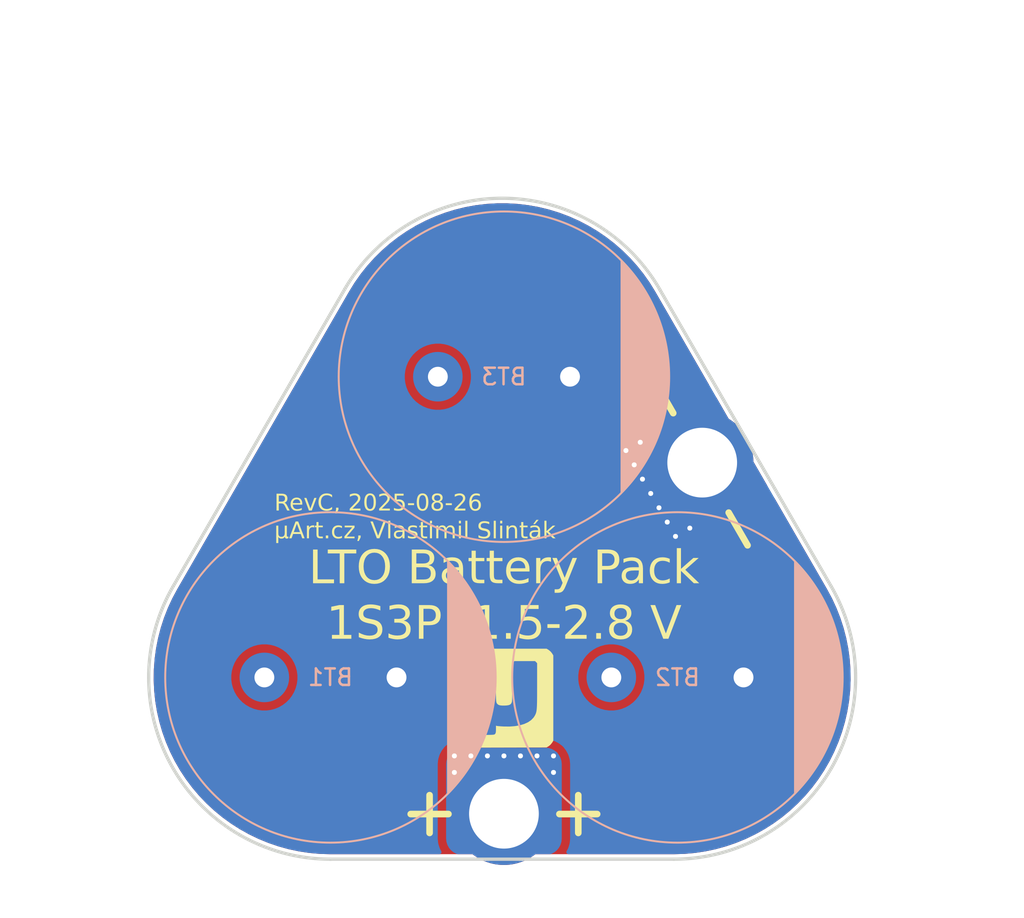
<source format=kicad_pcb>
(kicad_pcb (version 20241229) (generator "pcbnew") (generator_version "9.0")
  (title_block (title "LTO Battery Pack") (date "2025-08-26") (rev "C") (company "μArt.cz") (comment 1 "Vlastimil Slinták"))
  (layers (0 "F.Cu" signal) (2 "B.Cu" signal) (13 "F.Paste" user) (15 "B.Paste" user) (5 "F.SilkS" user "F.Silkscreen") (7 "B.SilkS" user "B.Silkscreen") (1 "F.Mask" user) (3 "B.Mask" user) (25 "Edge.Cuts" user))
  (net 0 "")
  (net 1 "VCC")
  (net 2 "GND")
  (footprint "LOGO" (layer "F.Cu") (at 151.6 110.45)
    (property "Reference" "G***" (hide yes))
    (property "Value" "LOGO" (hide yes))
    (fp_poly (pts (xy 2.709129 -2.910539) (xy 2.829495 -2.812108) (xy 2.910539 -2.70913) (xy 2.987487 -2.584669) (xy 2.987487 0) (xy 2.987487 2.584668) (xy 2.910539 2.709129) (xy 2.812143 2.82946) (xy 2.709138 2.910539) (xy 2.584685 2.987487) (xy 0.026777 2.994199) (xy -2.531132 3.000911) (xy -2.666293 2.933557) (xy -2.802318 2.840218) (xy -2.909105 2.715082) (xy -2.976102 2.57052) (xy -2.976189 2.570221) (xy -2.981196 2.527243) (xy -2.985503 2.435179) (xy -2.989112 2.293832) (xy -2.992023 2.103005) (xy -2.994239 1.8625) (xy -2.99576 1.572121) (xy -2.996589 1.231669) (xy -2.996726 0.840948) (xy -2.996172 0.39976) (xy -2.995049 -0.052854) (xy -2.98884 -2.132045) (xy -2.008609 -2.132045) (xy -2.008609 0) (xy -2.008609 2.132045) (xy -1.940099 2.185935) (xy -1.917263 2.20243) (xy -1.891646 2.215065) (xy -1.856781 2.224261) (xy -1.806202 2.230436) (xy -1.73344 2.23401) (xy -1.63203 2.235403) (xy -1.495504 2.235035) (xy -1.317395 2.233324) (xy -1.225904 2.232275) (xy -1.02834 2.229868) (xy -0.875357 2.227432) (xy -0.760692 2.224356) (xy -0.678077 2.220031) (xy -0.621247 2.213847) (xy -0.583937 2.205193) (xy -0.559882 2.193461) (xy -0.542815 2.178041) (xy -0.531651 2.1647) (xy -0.506504 2.123378) (xy -0.491548 2.067444) (xy -0.484519 1.984022) (xy -0.483083 1.888413) (xy -0.483083 1.67215) (xy -0.413163 1.687909) (xy -0.361606 1.695105) (xy -0.271517 1.703332) (xy -0.155177 1.711619) (xy -0.024868 1.718994) (xy -0.012713 1.719588) (xy 0.342342 1.72288) (xy 0.669508 1.69792) (xy 0.966086 1.645637) (xy 1.229377 1.566963) (xy 1.456681 1.462829) (xy 1.645299 1.334164) (xy 1.792532 1.1819) (xy 1.863721 1.072633) (xy 1.893491 1.016139) (xy 1.91886 0.961618) (xy 1.940179 0.904635) (xy 1.957802 0.840753) (xy 1.97208 0.765537) (xy 1.983367 0.674552) (xy 1.992015 0.563362) (xy 1.998377 0.427532) (xy 2.002806 0.262627) (xy 2.005654 0.06421) (xy 2.007274 -0.172154) (xy 2.008018 -0.4509) (xy 2.008232 -0.74485) (xy 2.008608 -2.112622) (xy 1.9462 -2.17503) (xy 1.883793 -2.237438) (xy 1.258558 -2.237438) (xy 0.633324 -2.237438) (xy 0.570916 -2.17503) (xy 0.508508 -2.112622) (xy 0.507073 -0.973679) (xy 0.506205 -0.668702) (xy 0.504387 -0.411964) (xy 0.501552 -0.200858) (xy 0.497632 -0.032781) (xy 0.49256 0.094873) (xy 0.486267 0.184709) (xy 0.478688 0.239332) (xy 0.475291 0.251873) (xy 0.436713 0.332128) (xy 0.380867 0.388345) (xy 0.299145 0.42465) (xy 0.182939 0.445169) (xy 0.055417 0.453125) (xy -0.112859 0.453352) (xy -0.239175 0.43977) (xy -0.331095 0.410104) (xy -0.396184 0.362083) (xy -0.435868 0.305501) (xy -0.447029 0.281834) (xy -0.456285 0.25339) (xy -0.463815 0.215492) (xy -0.469794 0.163461) (xy -0.474399 0.092622) (xy -0.477807 -0.001705) (xy -0.480195 -0.124197) (xy -0.48174 -0.27953) (xy -0.482618 -0.472384) (xy -0.483006 -0.707435) (xy -0.483083 -0.943884) (xy -0.483171 -1.217575) (xy -0.483554 -1.444986) (xy -0.484415 -1.630685) (xy -0.485935 -1.779242) (xy -0.488297 -1.895228) (xy -0.491682 -1.983211) (xy -0.496272 -2.047762) (xy -0.502248 -2.09345) (xy -0.509793 -2.124845) (xy -0.519089 -2.146516) (xy -0.530316 -2.163034) (xy -0.531651 -2.164701) (xy -0.547555 -2.183072) (xy -0.566054 -2.197326) (xy -0.593414 -2.208075) (xy -0.6359 -2.215926) (xy -0.699778 -2.221491) (xy -0.791314 -2.225379) (xy -0.916773 -2.2282) (xy -1.082421 -2.230563) (xy -1.225904 -2.232275) (xy -1.423991 -2.234436) (xy -1.577699 -2.235436) (xy -1.693496 -2.234856) (xy -1.777849 -2.232276) (xy -1.837224 -2.227277) (xy -1.878088 -2.219438) (xy -1.906909 -2.208342) (xy -1.930154 -2.193567) (xy -1.940099 -2.185935) (xy -2.008609 -2.132045) (xy -2.98884 -2.132045) (xy -2.987488 -2.584686) (xy -2.910539 -2.709139) (xy -2.812142 -2.829462) (xy -2.70913 -2.910539) (xy -2.584669 -2.987488) (xy 0 -2.987488) (xy 2.584668 -2.987488)) (fill yes) (layer "F.SilkS"))
  )
  (footprint "Parts:LTO_Battery_D19mm" (layer "B.Cu") (at 141.1 109.2 180)
    (property "Reference" "BT1" (at 0 0 0) (layer "B.SilkS") (effects (justify mirror)))
    (property "Value" "1S LTO")
    (fp_circle (center 0 0) (end 10 0) (stroke (width 0.12)) (fill no) (layer "B.SilkS"))
    (fp_poly (pts (arc (start -7.058682 7.058682) (mid -9.982484 0) (end -7.058682 -7.058682))) (fill yes) (layer "B.SilkS"))
    (pad "1" thru_hole circle (at 4 0 180) (size 3 3) (drill 1.2) (layers "*.Cu" "*.Mask") (net 1 "VCC"))
    (pad "2" thru_hole circle (at -4 0 180) (size 3 3) (drill 1.2) (layers "*.Cu" "*.Mask") (net 2 "GND"))
  )
  (footprint "Parts:SMTSO30" (layer "B.Cu") (at 163.6 96.2 150)
    (property "Reference" "J2" (hide yes))
    (property "Value" "GND")
    (pad "1" thru_hole circle (at 0 0 150) (size 6.2 6.2) (drill 4.22) (layers "*.Cu" "B.Mask" "B.Paste") (net 2 "GND"))
  )
  (footprint "Parts:SMTSO30" (layer "B.Cu") (at 151.6 117.45 180)
    (property "Reference" "J1" (hide yes))
    (property "Value" "BATT")
    (pad "1" thru_hole circle (at 0 0 180) (size 6.2 6.2) (drill 4.22) (layers "*.Cu" "B.Mask" "B.Paste") (net 1 "VCC"))
  )
  (footprint "Parts:LTO_Battery_D19mm" (layer "B.Cu") (at 162.1 109.2 180)
    (property "Reference" "BT2" (at 0 0 0) (layer "B.SilkS") (effects (justify mirror)))
    (property "Value" "1S LTO")
    (fp_circle (center 0 0) (end 10 0) (stroke (width 0.12)) (fill no) (layer "B.SilkS"))
    (fp_poly (pts (arc (start -7.058682 7.058682) (mid -9.982484 0) (end -7.058682 -7.058682))) (fill yes) (layer "B.SilkS"))
    (pad "1" thru_hole circle (at 4 0 180) (size 3 3) (drill 1.2) (layers "*.Cu" "*.Mask") (net 1 "VCC"))
    (pad "2" thru_hole circle (at -4 0 180) (size 3 3) (drill 1.2) (layers "*.Cu" "*.Mask") (net 2 "GND"))
  )
  (footprint "Parts:LTO_Battery_D19mm" (layer "B.Cu") (at 151.6 91 180)
    (property "Reference" "BT3" (at 0 0 0) (layer "B.SilkS") (effects (justify mirror)))
    (property "Value" "1S LTO")
    (fp_circle (center 0 0) (end 10 0) (stroke (width 0.12)) (fill no) (layer "B.SilkS"))
    (fp_poly (pts (arc (start -7.058682 7.058682) (mid -9.982484 0) (end -7.058682 -7.058682))) (fill yes) (layer "B.SilkS"))
    (pad "1" thru_hole circle (at 4 0 180) (size 3 3) (drill 1.2) (layers "*.Cu" "*.Mask") (net 1 "VCC"))
    (pad "2" thru_hole circle (at -4 0 180) (size 3 3) (drill 1.2) (layers "*.Cu" "*.Mask") (net 2 "GND"))
  )
  (gr_line (start 141.1 120.2) (end 161.884605 120.2) (stroke (width 0.2)) (layer "Edge.Cuts"))
  (gr_line (start 141.966026 85.699999) (end 131.573721 103.7) (stroke (width 0.2)) (layer "Edge.Cuts"))
  (gr_arc (start 171.410888 103.699998) (mid 171.410887 114.700003) (end 161.884605 120.2) (stroke (width 0.2)) (layer "Edge.Cuts"))
  (gr_arc (start 141.1 120.2) (mid 131.573721 114.7) (end 131.573721 103.7) (stroke (width 0.2)) (layer "Edge.Cuts"))
  (gr_line (start 171.410888 103.699998) (end 161.018583 85.699999) (stroke (width 0.2)) (layer "Edge.Cuts"))
  (gr_arc (start 141.966026 85.699999) (mid 151.492305 80.199998) (end 161.018583 85.699999) (stroke (width 0.2)) (layer "Edge.Cuts"))
  (gr_text "Rev${REVISION}, ${ISSUE_DATE}\n${COMPANY}, ${COMMENT1}" (at 137.7 100.95 0) (layer "F.SilkS") (effects (font (size 1 1) (thickness 0.1)) (justify left bottom)))
  (gr_text "+" (at 156.1 119 0) (layer "F.SilkS") (effects (font (size 3 3) (thickness 0.4)) (justify bottom)))
  (gr_text "+" (at 147.1 119 0) (layer "F.SilkS") (effects (font (size 3 3) (thickness 0.4)) (justify bottom)))
  (gr_text "${TITLE}\n1S3P  1.5-2.8 V" (at 151.6 107.2 0) (layer "F.SilkS") (effects (font (size 2 2) (thickness 0.3)) (justify bottom)))
  (gr_text "-" (at 167.1 99.45 120) (layer "F.SilkS") (effects (font (size 3 3) (thickness 0.4)) (justify bottom)))
  (gr_text "-" (at 162.6 91.45 120) (layer "F.SilkS") (effects (font (size 3 3) (thickness 0.4)) (justify bottom)))
  (via (at 150.6 113.95) (size 0.6) (drill 0.3) (layers "F.Cu" "B.Cu") (net 1))
  (via (at 154.6 114.95) (size 0.6) (drill 0.3) (layers "F.Cu" "B.Cu") (net 1))
  (via (at 151.6 113.95) (size 0.6) (drill 0.3) (layers "F.Cu" "B.Cu") (net 1))
  (via (at 152.6 113.95) (size 0.6) (drill 0.3) (layers "F.Cu" "B.Cu") (net 1))
  (via (at 153.6 113.95) (size 0.6) (drill 0.3) (layers "F.Cu" "B.Cu") (net 1))
  (via (at 148.6 114.95) (size 0.6) (drill 0.3) (layers "F.Cu" "B.Cu") (net 1))
  (via (at 149.6 113.95) (size 0.6) (drill 0.3) (layers "F.Cu" "B.Cu") (net 1))
  (via (at 148.6 113.95) (size 0.6) (drill 0.3) (layers "F.Cu" "B.Cu") (net 1))
  (via (at 154.6 113.95) (size 0.6) (drill 0.3) (layers "F.Cu" "B.Cu") (net 1))
  (via (at 159.85 94.967949) (size 0.6) (drill 0.3) (layers "F.Cu" "B.Cu") (net 2))
  (via (at 159.483975 96.333975) (size 0.6) (drill 0.3) (layers "F.Cu" "B.Cu") (net 2))
  (via (at 160.483975 98.066025) (size 0.6) (drill 0.3) (layers "F.Cu" "B.Cu") (net 2))
  (via (at 161.483975 99.798076) (size 0.6) (drill 0.3) (layers "F.Cu" "B.Cu") (net 2))
  (via (at 159.983975 97.2) (size 0.6) (drill 0.3) (layers "F.Cu" "B.Cu") (net 2))
  (via (at 158.983975 95.467949) (size 0.6) (drill 0.3) (layers "F.Cu" "B.Cu") (net 2))
  (via (at 162.85 100.164102) (size 0.6) (drill 0.3) (layers "F.Cu" "B.Cu") (net 2))
  (via (at 161.983975 100.664102) (size 0.6) (drill 0.3) (layers "F.Cu" "B.Cu") (net 2))
  (via (at 160.983975 98.932051) (size 0.6) (drill 0.3) (layers "F.Cu" "B.Cu") (net 2))
  (zone (net 1) (net_name "VCC") (layer "F.Cu") (connect_pads yes (clearance 0.5)) (min_thickness 0.25) (fill yes (thermal_gap 0.5) (thermal_bridge_width 1))
    (polygon (pts (xy 121.1 122.2) (xy 152.1 68.2) (xy 183.1 122.2)))
  )
  (zone (net 2) (net_name "GND") (layer "F.Cu") (priority 2) (connect_pads yes (clearance 0.5)) (min_thickness 0.25) (fill yes (thermal_gap 0.5) (thermal_bridge_width 1) (smoothing fillet) (radius 1))
    (polygon (pts (xy 161.800962 101.347114) (xy 158.300962 95.284936) (xy 164.430127 91.784936) (xy 167.930127 97.847114)))
  )
  (zone (net 2) (net_name "GND") (layer "B.Cu") (priority 1) (connect_pads yes (clearance 0.5)) (min_thickness 0.25) (fill yes (thermal_gap 0.5) (thermal_bridge_width 1))
    (polygon (pts (xy 121.1 122.2) (xy 183.1 122.2) (xy 152.1 68.2)))
  )
  (zone (net 1) (net_name "VCC") (layer "B.Cu") (priority 2) (connect_pads yes (clearance 0.5)) (min_thickness 0.25) (fill yes (thermal_gap 0.5) (thermal_bridge_width 1) (smoothing fillet) (radius 1))
    (polygon (pts (xy 148.1 113.45) (xy 155.1 113.45) (xy 155.1 119.95) (xy 148.1 119.95)))
  )
)
</source>
